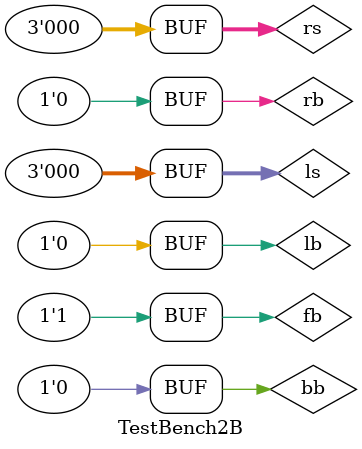
<source format=v>
`timescale 1ns/1ns
module TestBench2B();
  reg [2:0] ls, rs;		// Left and right sensors
  reg lb, rb, fb, bb;	// Left, front, back, and right bumpers
	wire [2:0] lwa, rwa; // Left and right wheel actions
												// One-hot: 100 -> F, 010 -> R, 001 -> S
                        
  // TODO: Instantiate Renee and connect the appropriate signals

  wire [6:0] HEX1, HEX0;

  Renee r(.ls(ls), .rs(rs), .lb(lb), .rb(rb), .fb(fb), .bb(bb), .lwa(lwa), .rwa(rwa));
	// ReneeAction la(.SEG(HEX1), .action(lwa));
	// ReneeAction ra(.SEG(HEX0), .action(rwa));

  // Specify your test procedures
  initial begin
    // first test: check LB and BB bumpers only
    ls = 3'b000; // remember: you can provide numbers in decimal too!
    rs = 3'b000;
    lb = 1'b0; 
    rb = 1'b0;
    fb = 1'b0; 
    bb = 1'b0;
    #10; // remember to add delays between testcases!

    // TODO: Add more testcases

    ls = 3'b010; // remember: you can provide numbers in decimal too!
    rs = 3'b100;
    lb = 1'b1; 
    rb = 1'b1;
    fb = 1'b1; 
    bb = 1'b1;
    #10; // remember to add delays between testcases!

    ls = 3'b000; // remember: you can provide numbers in decimal too!
    rs = 3'b000;
    lb = 1'b1; 
    rb = 1'b1;
    fb = 1'b0; 
    bb = 1'b1;
    #10; // remember to add delays between testcases!

    ls = 3'b000; // remember: you can provide numbers in decimal too!
    rs = 3'b000;
    lb = 1'b1; 
    rb = 1'b0;
    fb = 1'b1; 
    bb = 1'b1;
    #10; // remember to add delays between testcases!

    ls = 3'b010; // remember: you can provide numbers in decimal too!
    rs = 3'b000;
    lb = 1'b1; 
    rb = 1'b0;
    fb = 1'b0; 
    bb = 1'b1;
    #10; // remember to add delays between testcases!

    ls = 3'b000; // remember: you can provide numbers in decimal too!
    rs = 3'b100;
    lb = 1'b1; 
    rb = 1'b0;
    fb = 1'b0; 
    bb = 1'b0;
    #10; // remember to add delays between testcases!

    ls = 3'b000; // remember: you can provide numbers in decimal too!
    rs = 3'b000;
    lb = 1'b1; 
    rb = 1'b0;
    fb = 1'b1; 
    bb = 1'b1;
    #10; // remember to add delays between testcases!

    ls = 3'b000; // remember: you can provide numbers in decimal too!
    rs = 3'b000;
    lb = 1'b0; 
    rb = 1'b0;
    fb = 1'b0; 
    bb = 1'b1;
    #10; // remember to add delays between testcases!

    ls = 3'b000; // remember: you can provide numbers in decimal too!
    rs = 3'b000;
    lb = 1'b1; 
    rb = 1'b0;
    fb = 1'b1; 
    bb = 1'b0;
    #10; // remember to add delays between testcases!

    ls = 3'b000; // remember: you can provide numbers in decimal too!
    rs = 3'b000;
    lb = 1'b1; 
    rb = 1'b1;
    fb = 1'b0; 
    bb = 1'b0;
    #10; // remember to add delays between testcases!

    ls = 3'b000; // remember: you can provide numbers in decimal too!
    rs = 3'b000;
    lb = 1'b0; 
    rb = 1'b0;
    fb = 1'b0; 
    bb = 1'b1;
    #10; // remember to add delays between testcases!

    ls = 3'b000; // remember: you can provide numbers in decimal too!
    rs = 3'b000;
    lb = 1'b0; 
    rb = 1'b0;
    fb = 1'b1; 
    bb = 1'b0;
    #10; // remember to add delays between testcases!

    

  end

endmodule // TestBench2B
</source>
